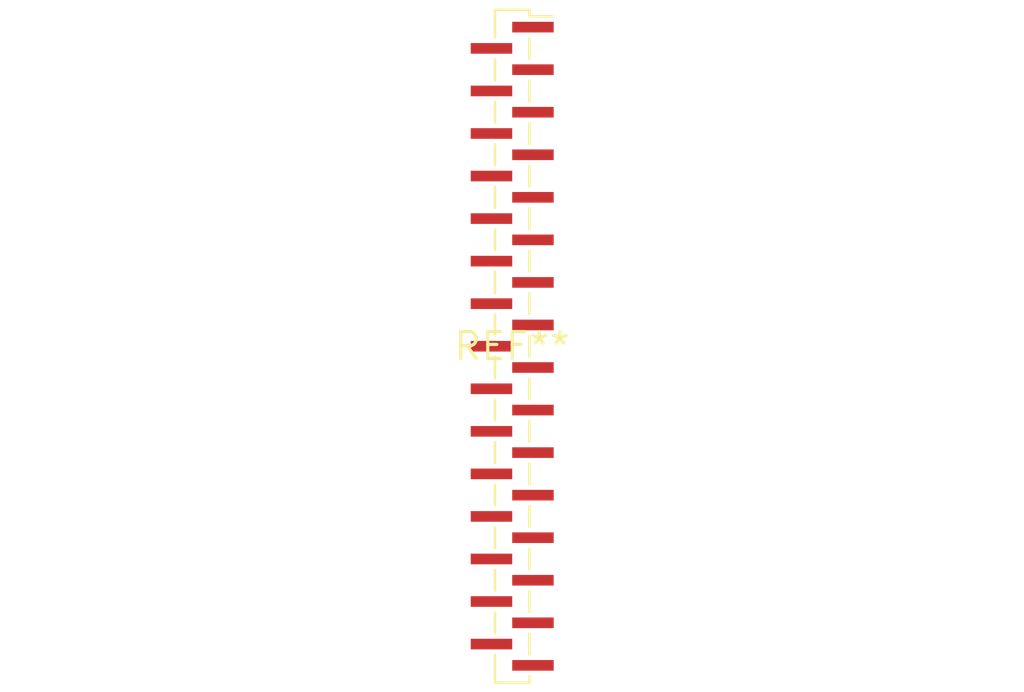
<source format=kicad_pcb>
(kicad_pcb (version 20240108) (generator pcbnew)
  (layers (0 "F.Cu" signal) (31 "B.Cu" signal) (34 "B.Paste" user) (35 "F.Paste" user) (36 "B.SilkS" user "B.Silkscreen") (37 "F.SilkS" user "F.Silkscreen") (38 "B.Mask" user) (39 "F.Mask" user) (44 "Edge.Cuts" user))
  (net 0 "")
  (footprint "PinSocket_1x31_P1.00mm_Vertical_SMD_Pin1Right" (layer "F.Cu") (at 0 0)
    (property "Reference" "REF**")
    (property "Value" "PinSocket_1x31_P1.00mm_Vertical_SMD_Pin1Right")
    (fp_line (start -0.81 -15.81) (end -0.81 -14.51) (layer "F.SilkS") (stroke (width 0.12)))
    (fp_line (start -0.81 -15.81) (end 0.81 -15.81) (layer "F.SilkS") (stroke (width 0.12)))
    (fp_line (start -0.81 -13.49) (end -0.81 -12.51) (layer "F.SilkS") (stroke (width 0.12)))
    (fp_line (start -0.81 -11.49) (end -0.81 -10.51) (layer "F.SilkS") (stroke (width 0.12)))
    (fp_line (start -0.81 -9.49) (end -0.81 -8.51) (layer "F.SilkS") (stroke (width 0.12)))
    (fp_line (start -0.81 -7.49) (end -0.81 -6.51) (layer "F.SilkS") (stroke (width 0.12)))
    (fp_line (start -0.81 -5.49) (end -0.81 -4.51) (layer "F.SilkS") (stroke (width 0.12)))
    (fp_line (start -0.81 -3.49) (end -0.81 -2.51) (layer "F.SilkS") (stroke (width 0.12)))
    (fp_line (start -0.81 -1.49) (end -0.81 -0.51) (layer "F.SilkS") (stroke (width 0.12)))
    (fp_line (start -0.81 0.51) (end -0.81 1.49) (layer "F.SilkS") (stroke (width 0.12)))
    (fp_line (start -0.81 2.51) (end -0.81 3.49) (layer "F.SilkS") (stroke (width 0.12)))
    (fp_line (start -0.81 4.51) (end -0.81 5.49) (layer "F.SilkS") (stroke (width 0.12)))
    (fp_line (start -0.81 6.51) (end -0.81 7.49) (layer "F.SilkS") (stroke (width 0.12)))
    (fp_line (start -0.81 8.51) (end -0.81 9.49) (layer "F.SilkS") (stroke (width 0.12)))
    (fp_line (start -0.81 10.51) (end -0.81 11.49) (layer "F.SilkS") (stroke (width 0.12)))
    (fp_line (start -0.81 12.51) (end -0.81 13.49) (layer "F.SilkS") (stroke (width 0.12)))
    (fp_line (start -0.81 14.51) (end -0.81 15.81) (layer "F.SilkS") (stroke (width 0.12)))
    (fp_line (start -0.81 15.81) (end 0.81 15.81) (layer "F.SilkS") (stroke (width 0.12)))
    (fp_line (start 0.81 -15.81) (end 0.81 -15.51) (layer "F.SilkS") (stroke (width 0.12)))
    (fp_line (start 0.81 -15.51) (end 1.89 -15.51) (layer "F.SilkS") (stroke (width 0.12)))
    (fp_line (start 0.81 -14.49) (end 0.81 -13.51) (layer "F.SilkS") (stroke (width 0.12)))
    (fp_line (start 0.81 -12.49) (end 0.81 -11.51) (layer "F.SilkS") (stroke (width 0.12)))
    (fp_line (start 0.81 -10.49) (end 0.81 -9.51) (layer "F.SilkS") (stroke (width 0.12)))
    (fp_line (start 0.81 -8.49) (end 0.81 -7.51) (layer "F.SilkS") (stroke (width 0.12)))
    (fp_line (start 0.81 -6.49) (end 0.81 -5.51) (layer "F.SilkS") (stroke (width 0.12)))
    (fp_line (start 0.81 -4.49) (end 0.81 -3.51) (layer "F.SilkS") (stroke (width 0.12)))
    (fp_line (start 0.81 -2.49) (end 0.81 -1.51) (layer "F.SilkS") (stroke (width 0.12)))
    (fp_line (start 0.81 -0.49) (end 0.81 0.49) (layer "F.SilkS") (stroke (width 0.12)))
    (fp_line (start 0.81 1.51) (end 0.81 2.49) (layer "F.SilkS") (stroke (width 0.12)))
    (fp_line (start 0.81 3.51) (end 0.81 4.49) (layer "F.SilkS") (stroke (width 0.12)))
    (fp_line (start 0.81 5.51) (end 0.81 6.49) (layer "F.SilkS") (stroke (width 0.12)))
    (fp_line (start 0.81 7.51) (end 0.81 8.49) (layer "F.SilkS") (stroke (width 0.12)))
    (fp_line (start 0.81 9.51) (end 0.81 10.49) (layer "F.SilkS") (stroke (width 0.12)))
    (fp_line (start 0.81 11.51) (end 0.81 12.49) (layer "F.SilkS") (stroke (width 0.12)))
    (fp_line (start 0.81 13.51) (end 0.81 14.49) (layer "F.SilkS") (stroke (width 0.12)))
    (fp_line (start 0.81 15.51) (end 0.81 15.81) (layer "F.SilkS") (stroke (width 0.12)))
    (pad "1" smd rect (at 0.975 -15) (size 1.95 0.5) (layers "F.Cu" "F.Paste" "F.Mask"))
    (pad "2" smd rect (at -0.975 -14) (size 1.95 0.5) (layers "F.Cu" "F.Paste" "F.Mask"))
    (pad "3" smd rect (at 0.975 -13) (size 1.95 0.5) (layers "F.Cu" "F.Paste" "F.Mask"))
    (pad "4" smd rect (at -0.975 -12) (size 1.95 0.5) (layers "F.Cu" "F.Paste" "F.Mask"))
    (pad "5" smd rect (at 0.975 -11) (size 1.95 0.5) (layers "F.Cu" "F.Paste" "F.Mask"))
    (pad "6" smd rect (at -0.975 -10) (size 1.95 0.5) (layers "F.Cu" "F.Paste" "F.Mask"))
    (pad "7" smd rect (at 0.975 -9) (size 1.95 0.5) (layers "F.Cu" "F.Paste" "F.Mask"))
    (pad "8" smd rect (at -0.975 -8) (size 1.95 0.5) (layers "F.Cu" "F.Paste" "F.Mask"))
    (pad "9" smd rect (at 0.975 -7) (size 1.95 0.5) (layers "F.Cu" "F.Paste" "F.Mask"))
    (pad "10" smd rect (at -0.975 -6) (size 1.95 0.5) (layers "F.Cu" "F.Paste" "F.Mask"))
    (pad "11" smd rect (at 0.975 -5) (size 1.95 0.5) (layers "F.Cu" "F.Paste" "F.Mask"))
    (pad "12" smd rect (at -0.975 -4) (size 1.95 0.5) (layers "F.Cu" "F.Paste" "F.Mask"))
    (pad "13" smd rect (at 0.975 -3) (size 1.95 0.5) (layers "F.Cu" "F.Paste" "F.Mask"))
    (pad "14" smd rect (at -0.975 -2) (size 1.95 0.5) (layers "F.Cu" "F.Paste" "F.Mask"))
    (pad "15" smd rect (at 0.975 -1) (size 1.95 0.5) (layers "F.Cu" "F.Paste" "F.Mask"))
    (pad "16" smd rect (at -0.975 0) (size 1.95 0.5) (layers "F.Cu" "F.Paste" "F.Mask"))
    (pad "17" smd rect (at 0.975 1) (size 1.95 0.5) (layers "F.Cu" "F.Paste" "F.Mask"))
    (pad "18" smd rect (at -0.975 2) (size 1.95 0.5) (layers "F.Cu" "F.Paste" "F.Mask"))
    (pad "19" smd rect (at 0.975 3) (size 1.95 0.5) (layers "F.Cu" "F.Paste" "F.Mask"))
    (pad "20" smd rect (at -0.975 4) (size 1.95 0.5) (layers "F.Cu" "F.Paste" "F.Mask"))
    (pad "21" smd rect (at 0.975 5) (size 1.95 0.5) (layers "F.Cu" "F.Paste" "F.Mask"))
    (pad "22" smd rect (at -0.975 6) (size 1.95 0.5) (layers "F.Cu" "F.Paste" "F.Mask"))
    (pad "23" smd rect (at 0.975 7) (size 1.95 0.5) (layers "F.Cu" "F.Paste" "F.Mask"))
    (pad "24" smd rect (at -0.975 8) (size 1.95 0.5) (layers "F.Cu" "F.Paste" "F.Mask"))
    (pad "25" smd rect (at 0.975 9) (size 1.95 0.5) (layers "F.Cu" "F.Paste" "F.Mask"))
    (pad "26" smd rect (at -0.975 10) (size 1.95 0.5) (layers "F.Cu" "F.Paste" "F.Mask"))
    (pad "27" smd rect (at 0.975 11) (size 1.95 0.5) (layers "F.Cu" "F.Paste" "F.Mask"))
    (pad "28" smd rect (at -0.975 12) (size 1.95 0.5) (layers "F.Cu" "F.Paste" "F.Mask"))
    (pad "29" smd rect (at 0.975 13) (size 1.95 0.5) (layers "F.Cu" "F.Paste" "F.Mask"))
    (pad "30" smd rect (at -0.975 14) (size 1.95 0.5) (layers "F.Cu" "F.Paste" "F.Mask"))
    (pad "31" smd rect (at 0.975 15) (size 1.95 0.5) (layers "F.Cu" "F.Paste" "F.Mask"))
  )
)
</source>
